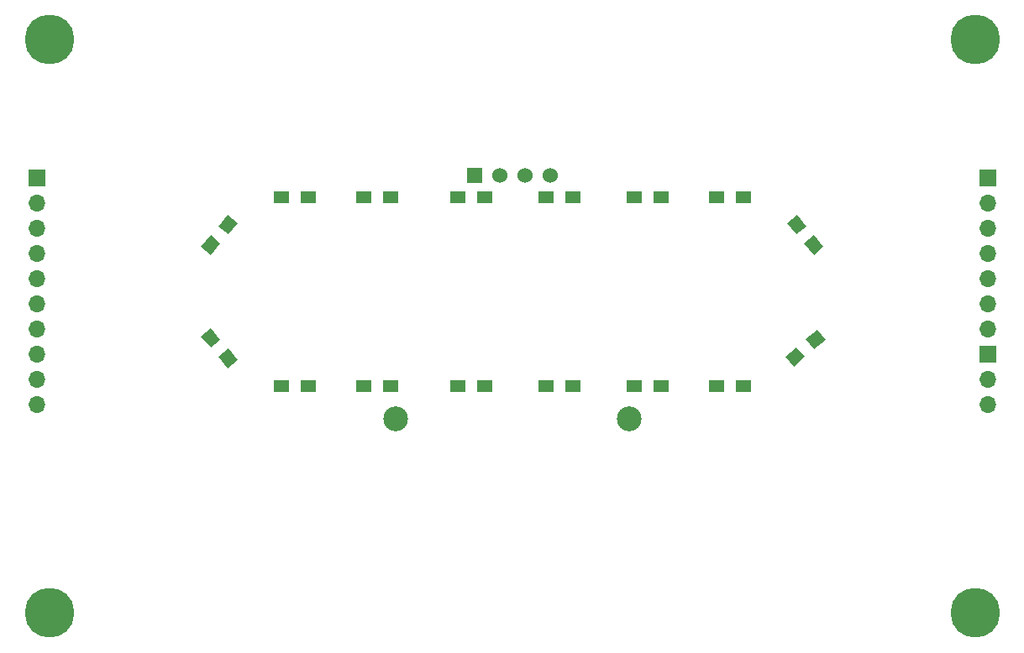
<source format=gts>
G04 #@! TF.GenerationSoftware,KiCad,Pcbnew,(5.1.8)-1*
G04 #@! TF.CreationDate,2021-01-16T00:36:23+01:00*
G04 #@! TF.ProjectId,8bitWave Faceplate A1,38626974-5761-4766-9520-46616365706c,rev?*
G04 #@! TF.SameCoordinates,Original*
G04 #@! TF.FileFunction,Soldermask,Top*
G04 #@! TF.FilePolarity,Negative*
%FSLAX46Y46*%
G04 Gerber Fmt 4.6, Leading zero omitted, Abs format (unit mm)*
G04 Created by KiCad (PCBNEW (5.1.8)-1) date 2021-01-16 00:36:23*
%MOMM*%
%LPD*%
G01*
G04 APERTURE LIST*
%ADD10O,1.700000X1.700000*%
%ADD11R,1.700000X1.700000*%
%ADD12C,2.500000*%
%ADD13R,1.524000X1.524000*%
%ADD14C,1.524000*%
%ADD15C,5.000000*%
%ADD16R,1.500000X1.300000*%
%ADD17C,0.100000*%
G04 APERTURE END LIST*
D10*
X72390000Y-118110000D03*
X72390000Y-115570000D03*
X72390000Y-113030000D03*
X72390000Y-110490000D03*
X72390000Y-107950000D03*
X72390000Y-105410000D03*
X72390000Y-102870000D03*
X72390000Y-100330000D03*
X72390000Y-97790000D03*
D11*
X72390000Y-95250000D03*
D12*
X132085000Y-119500000D03*
X108585000Y-119500000D03*
D13*
X116525000Y-95000000D03*
D14*
X119065000Y-95000000D03*
X121605000Y-95000000D03*
X124145000Y-95000000D03*
D11*
X168275000Y-95250000D03*
D10*
X168275000Y-97790000D03*
X168275000Y-100330000D03*
X168275000Y-102870000D03*
X168275000Y-105410000D03*
X168275000Y-107950000D03*
X168275000Y-110490000D03*
D15*
X73660000Y-139065000D03*
X167005000Y-139065000D03*
X167005000Y-81280000D03*
X73660000Y-81280000D03*
D11*
X168275000Y-113030000D03*
D10*
X168275000Y-115570000D03*
X168275000Y-118110000D03*
D16*
X140890000Y-116205000D03*
X143590000Y-116205000D03*
X132635000Y-116205000D03*
X135335000Y-116205000D03*
X123745000Y-116205000D03*
X126445000Y-116205000D03*
X114855000Y-116205000D03*
X117555000Y-116205000D03*
X105330000Y-116205000D03*
X108030000Y-116205000D03*
X97075000Y-116205000D03*
X99775000Y-116205000D03*
D17*
G36*
X88957217Y-111204119D02*
G01*
X89953075Y-110368495D01*
X90917257Y-111517561D01*
X89921399Y-112353185D01*
X88957217Y-111204119D01*
G37*
G36*
X90692743Y-113272439D02*
G01*
X91688601Y-112436815D01*
X92652783Y-113585881D01*
X91656925Y-114421505D01*
X90692743Y-113272439D01*
G37*
G36*
X91656925Y-98938495D02*
G01*
X92652783Y-99774119D01*
X91688601Y-100923185D01*
X90692743Y-100087561D01*
X91656925Y-98938495D01*
G37*
G36*
X89921399Y-101006815D02*
G01*
X90917257Y-101842439D01*
X89953075Y-102991505D01*
X88957217Y-102155881D01*
X89921399Y-101006815D01*
G37*
D16*
X99775000Y-97155000D03*
X97075000Y-97155000D03*
X108030000Y-97155000D03*
X105330000Y-97155000D03*
X117555000Y-97155000D03*
X114855000Y-97155000D03*
X126445000Y-97155000D03*
X123745000Y-97155000D03*
X135335000Y-97155000D03*
X132635000Y-97155000D03*
X143590000Y-97155000D03*
X140890000Y-97155000D03*
D17*
G36*
X151707783Y-102155881D02*
G01*
X150711925Y-102991505D01*
X149747743Y-101842439D01*
X150743601Y-101006815D01*
X151707783Y-102155881D01*
G37*
G36*
X149972257Y-100087561D02*
G01*
X148976399Y-100923185D01*
X148012217Y-99774119D01*
X149008075Y-98938495D01*
X149972257Y-100087561D01*
G37*
G36*
X148669119Y-114242783D02*
G01*
X147833495Y-113246925D01*
X148982561Y-112282743D01*
X149818185Y-113278601D01*
X148669119Y-114242783D01*
G37*
G36*
X150737439Y-112507257D02*
G01*
X149901815Y-111511399D01*
X151050881Y-110547217D01*
X151886505Y-111543075D01*
X150737439Y-112507257D01*
G37*
M02*

</source>
